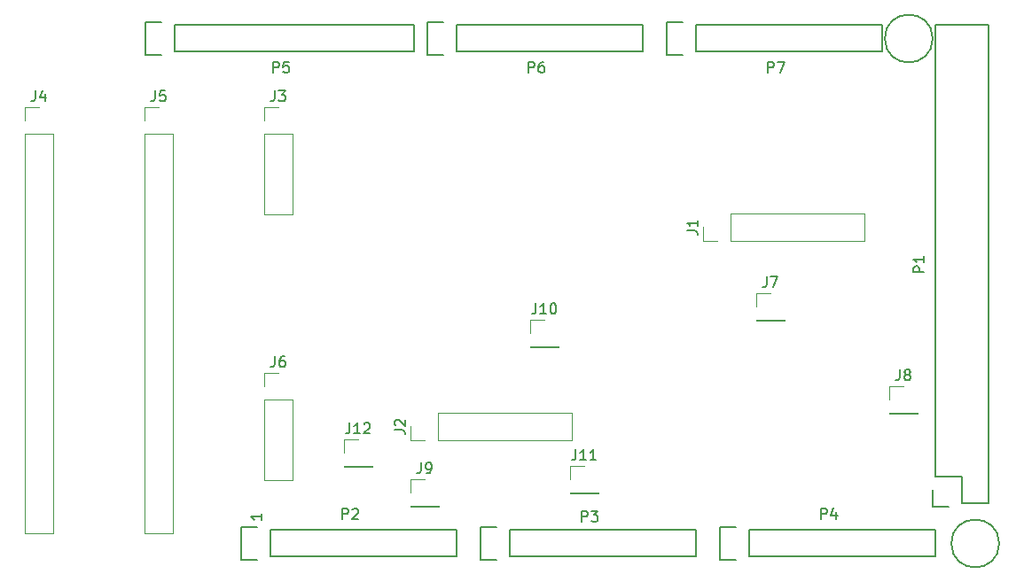
<source format=gbr>
%TF.GenerationSoftware,KiCad,Pcbnew,(5.1.9)-1*%
%TF.CreationDate,2021-01-26T09:39:54-05:00*%
%TF.ProjectId,PCB,5043422e-6b69-4636-9164-5f7063625858,rev?*%
%TF.SameCoordinates,Original*%
%TF.FileFunction,Legend,Top*%
%TF.FilePolarity,Positive*%
%FSLAX46Y46*%
G04 Gerber Fmt 4.6, Leading zero omitted, Abs format (unit mm)*
G04 Created by KiCad (PCBNEW (5.1.9)-1) date 2021-01-26 09:39:54*
%MOMM*%
%LPD*%
G01*
G04 APERTURE LIST*
%ADD10C,0.150000*%
%ADD11C,0.120000*%
G04 APERTURE END LIST*
D10*
X131770380Y-116300285D02*
X131770380Y-116871714D01*
X131770380Y-116586000D02*
X130770380Y-116586000D01*
X130913238Y-116681238D01*
X131008476Y-116776476D01*
X131056095Y-116871714D01*
D11*
%TO.C,J12*%
X139640000Y-111820000D02*
X142300000Y-111820000D01*
X139640000Y-111760000D02*
X139640000Y-111820000D01*
X142300000Y-111760000D02*
X142300000Y-111820000D01*
X139640000Y-111760000D02*
X142300000Y-111760000D01*
X139640000Y-110490000D02*
X139640000Y-109160000D01*
X139640000Y-109160000D02*
X140970000Y-109160000D01*
%TO.C,J11*%
X161230000Y-114360000D02*
X163890000Y-114360000D01*
X161230000Y-114300000D02*
X161230000Y-114360000D01*
X163890000Y-114300000D02*
X163890000Y-114360000D01*
X161230000Y-114300000D02*
X163890000Y-114300000D01*
X161230000Y-113030000D02*
X161230000Y-111700000D01*
X161230000Y-111700000D02*
X162560000Y-111700000D01*
%TO.C,J10*%
X157420000Y-100390000D02*
X160080000Y-100390000D01*
X157420000Y-100330000D02*
X157420000Y-100390000D01*
X160080000Y-100330000D02*
X160080000Y-100390000D01*
X157420000Y-100330000D02*
X160080000Y-100330000D01*
X157420000Y-99060000D02*
X157420000Y-97730000D01*
X157420000Y-97730000D02*
X158750000Y-97730000D01*
%TO.C,J9*%
X145990000Y-115630000D02*
X148650000Y-115630000D01*
X145990000Y-115570000D02*
X145990000Y-115630000D01*
X148650000Y-115570000D02*
X148650000Y-115630000D01*
X145990000Y-115570000D02*
X148650000Y-115570000D01*
X145990000Y-114300000D02*
X145990000Y-112970000D01*
X145990000Y-112970000D02*
X147320000Y-112970000D01*
%TO.C,J8*%
X191710000Y-106740000D02*
X194370000Y-106740000D01*
X191710000Y-106680000D02*
X191710000Y-106740000D01*
X194370000Y-106680000D02*
X194370000Y-106740000D01*
X191710000Y-106680000D02*
X194370000Y-106680000D01*
X191710000Y-105410000D02*
X191710000Y-104080000D01*
X191710000Y-104080000D02*
X193040000Y-104080000D01*
%TO.C,J7*%
X179010000Y-97850000D02*
X181670000Y-97850000D01*
X179010000Y-97790000D02*
X179010000Y-97850000D01*
X181670000Y-97790000D02*
X181670000Y-97850000D01*
X179010000Y-97790000D02*
X181670000Y-97790000D01*
X179010000Y-96520000D02*
X179010000Y-95190000D01*
X179010000Y-95190000D02*
X180340000Y-95190000D01*
D10*
%TO.C,P1*%
X201168000Y-115316000D02*
X201168000Y-69596000D01*
X196088000Y-69596000D02*
X196088000Y-112776000D01*
X201168000Y-69596000D02*
X196088000Y-69596000D01*
X201168000Y-115316000D02*
X198628000Y-115316000D01*
X195808000Y-114046000D02*
X195808000Y-115596000D01*
X198628000Y-115316000D02*
X198628000Y-112776000D01*
X198628000Y-112776000D02*
X196088000Y-112776000D01*
X195808000Y-115596000D02*
X197358000Y-115596000D01*
D11*
%TO.C,J6*%
X132020000Y-113090000D02*
X134680000Y-113090000D01*
X132020000Y-105410000D02*
X132020000Y-113090000D01*
X134680000Y-105410000D02*
X134680000Y-113090000D01*
X132020000Y-105410000D02*
X134680000Y-105410000D01*
X132020000Y-104140000D02*
X132020000Y-102810000D01*
X132020000Y-102810000D02*
X133350000Y-102810000D01*
%TO.C,J5*%
X120590000Y-118170000D02*
X123250000Y-118170000D01*
X120590000Y-80010000D02*
X120590000Y-118170000D01*
X123250000Y-80010000D02*
X123250000Y-118170000D01*
X120590000Y-80010000D02*
X123250000Y-80010000D01*
X120590000Y-78740000D02*
X120590000Y-77410000D01*
X120590000Y-77410000D02*
X121920000Y-77410000D01*
%TO.C,J4*%
X109160000Y-118170000D02*
X111820000Y-118170000D01*
X109160000Y-80010000D02*
X109160000Y-118170000D01*
X111820000Y-80010000D02*
X111820000Y-118170000D01*
X109160000Y-80010000D02*
X111820000Y-80010000D01*
X109160000Y-78740000D02*
X109160000Y-77410000D01*
X109160000Y-77410000D02*
X110490000Y-77410000D01*
%TO.C,J3*%
X132020000Y-87690000D02*
X134680000Y-87690000D01*
X132020000Y-80010000D02*
X132020000Y-87690000D01*
X134680000Y-80010000D02*
X134680000Y-87690000D01*
X132020000Y-80010000D02*
X134680000Y-80010000D01*
X132020000Y-78740000D02*
X132020000Y-77410000D01*
X132020000Y-77410000D02*
X133350000Y-77410000D01*
%TO.C,J2*%
X161350000Y-109280000D02*
X161350000Y-106620000D01*
X148590000Y-109280000D02*
X161350000Y-109280000D01*
X148590000Y-106620000D02*
X161350000Y-106620000D01*
X148590000Y-109280000D02*
X148590000Y-106620000D01*
X147320000Y-109280000D02*
X145990000Y-109280000D01*
X145990000Y-109280000D02*
X145990000Y-107950000D01*
%TO.C,J1*%
X189290000Y-90230000D02*
X189290000Y-87570000D01*
X176530000Y-90230000D02*
X189290000Y-90230000D01*
X176530000Y-87570000D02*
X189290000Y-87570000D01*
X176530000Y-90230000D02*
X176530000Y-87570000D01*
X175260000Y-90230000D02*
X173930000Y-90230000D01*
X173930000Y-90230000D02*
X173930000Y-88900000D01*
D10*
%TO.C,P13*%
X195834000Y-70866000D02*
G75*
G03*
X195834000Y-70866000I-2286000J0D01*
G01*
%TO.C,P2*%
X132588000Y-120396000D02*
X150368000Y-120396000D01*
X150368000Y-120396000D02*
X150368000Y-117856000D01*
X150368000Y-117856000D02*
X132588000Y-117856000D01*
X129768000Y-120676000D02*
X131318000Y-120676000D01*
X132588000Y-120396000D02*
X132588000Y-117856000D01*
X131318000Y-117576000D02*
X129768000Y-117576000D01*
X129768000Y-117576000D02*
X129768000Y-120676000D01*
%TO.C,P3*%
X155448000Y-120396000D02*
X173228000Y-120396000D01*
X173228000Y-120396000D02*
X173228000Y-117856000D01*
X173228000Y-117856000D02*
X155448000Y-117856000D01*
X152628000Y-120676000D02*
X154178000Y-120676000D01*
X155448000Y-120396000D02*
X155448000Y-117856000D01*
X154178000Y-117576000D02*
X152628000Y-117576000D01*
X152628000Y-117576000D02*
X152628000Y-120676000D01*
%TO.C,P4*%
X178308000Y-120396000D02*
X196088000Y-120396000D01*
X196088000Y-120396000D02*
X196088000Y-117856000D01*
X196088000Y-117856000D02*
X178308000Y-117856000D01*
X175488000Y-120676000D02*
X177038000Y-120676000D01*
X178308000Y-120396000D02*
X178308000Y-117856000D01*
X177038000Y-117576000D02*
X175488000Y-117576000D01*
X175488000Y-117576000D02*
X175488000Y-120676000D01*
%TO.C,P5*%
X123444000Y-72136000D02*
X146304000Y-72136000D01*
X146304000Y-72136000D02*
X146304000Y-69596000D01*
X146304000Y-69596000D02*
X123444000Y-69596000D01*
X120624000Y-72416000D02*
X122174000Y-72416000D01*
X123444000Y-72136000D02*
X123444000Y-69596000D01*
X122174000Y-69316000D02*
X120624000Y-69316000D01*
X120624000Y-69316000D02*
X120624000Y-72416000D01*
%TO.C,P6*%
X150368000Y-72136000D02*
X168148000Y-72136000D01*
X168148000Y-72136000D02*
X168148000Y-69596000D01*
X168148000Y-69596000D02*
X150368000Y-69596000D01*
X147548000Y-72416000D02*
X149098000Y-72416000D01*
X150368000Y-72136000D02*
X150368000Y-69596000D01*
X149098000Y-69316000D02*
X147548000Y-69316000D01*
X147548000Y-69316000D02*
X147548000Y-72416000D01*
%TO.C,P7*%
X173228000Y-72136000D02*
X191008000Y-72136000D01*
X191008000Y-72136000D02*
X191008000Y-69596000D01*
X191008000Y-69596000D02*
X173228000Y-69596000D01*
X170408000Y-72416000D02*
X171958000Y-72416000D01*
X173228000Y-72136000D02*
X173228000Y-69596000D01*
X171958000Y-69316000D02*
X170408000Y-69316000D01*
X170408000Y-69316000D02*
X170408000Y-72416000D01*
%TO.C,P10*%
X202184000Y-119126000D02*
G75*
G03*
X202184000Y-119126000I-2286000J0D01*
G01*
%TO.C,J12*%
X140160476Y-107612380D02*
X140160476Y-108326666D01*
X140112857Y-108469523D01*
X140017619Y-108564761D01*
X139874761Y-108612380D01*
X139779523Y-108612380D01*
X141160476Y-108612380D02*
X140589047Y-108612380D01*
X140874761Y-108612380D02*
X140874761Y-107612380D01*
X140779523Y-107755238D01*
X140684285Y-107850476D01*
X140589047Y-107898095D01*
X141541428Y-107707619D02*
X141589047Y-107660000D01*
X141684285Y-107612380D01*
X141922380Y-107612380D01*
X142017619Y-107660000D01*
X142065238Y-107707619D01*
X142112857Y-107802857D01*
X142112857Y-107898095D01*
X142065238Y-108040952D01*
X141493809Y-108612380D01*
X142112857Y-108612380D01*
%TO.C,J11*%
X161750476Y-110152380D02*
X161750476Y-110866666D01*
X161702857Y-111009523D01*
X161607619Y-111104761D01*
X161464761Y-111152380D01*
X161369523Y-111152380D01*
X162750476Y-111152380D02*
X162179047Y-111152380D01*
X162464761Y-111152380D02*
X162464761Y-110152380D01*
X162369523Y-110295238D01*
X162274285Y-110390476D01*
X162179047Y-110438095D01*
X163702857Y-111152380D02*
X163131428Y-111152380D01*
X163417142Y-111152380D02*
X163417142Y-110152380D01*
X163321904Y-110295238D01*
X163226666Y-110390476D01*
X163131428Y-110438095D01*
%TO.C,J10*%
X157940476Y-96182380D02*
X157940476Y-96896666D01*
X157892857Y-97039523D01*
X157797619Y-97134761D01*
X157654761Y-97182380D01*
X157559523Y-97182380D01*
X158940476Y-97182380D02*
X158369047Y-97182380D01*
X158654761Y-97182380D02*
X158654761Y-96182380D01*
X158559523Y-96325238D01*
X158464285Y-96420476D01*
X158369047Y-96468095D01*
X159559523Y-96182380D02*
X159654761Y-96182380D01*
X159750000Y-96230000D01*
X159797619Y-96277619D01*
X159845238Y-96372857D01*
X159892857Y-96563333D01*
X159892857Y-96801428D01*
X159845238Y-96991904D01*
X159797619Y-97087142D01*
X159750000Y-97134761D01*
X159654761Y-97182380D01*
X159559523Y-97182380D01*
X159464285Y-97134761D01*
X159416666Y-97087142D01*
X159369047Y-96991904D01*
X159321428Y-96801428D01*
X159321428Y-96563333D01*
X159369047Y-96372857D01*
X159416666Y-96277619D01*
X159464285Y-96230000D01*
X159559523Y-96182380D01*
%TO.C,J9*%
X146986666Y-111422380D02*
X146986666Y-112136666D01*
X146939047Y-112279523D01*
X146843809Y-112374761D01*
X146700952Y-112422380D01*
X146605714Y-112422380D01*
X147510476Y-112422380D02*
X147700952Y-112422380D01*
X147796190Y-112374761D01*
X147843809Y-112327142D01*
X147939047Y-112184285D01*
X147986666Y-111993809D01*
X147986666Y-111612857D01*
X147939047Y-111517619D01*
X147891428Y-111470000D01*
X147796190Y-111422380D01*
X147605714Y-111422380D01*
X147510476Y-111470000D01*
X147462857Y-111517619D01*
X147415238Y-111612857D01*
X147415238Y-111850952D01*
X147462857Y-111946190D01*
X147510476Y-111993809D01*
X147605714Y-112041428D01*
X147796190Y-112041428D01*
X147891428Y-111993809D01*
X147939047Y-111946190D01*
X147986666Y-111850952D01*
%TO.C,J8*%
X192706666Y-102532380D02*
X192706666Y-103246666D01*
X192659047Y-103389523D01*
X192563809Y-103484761D01*
X192420952Y-103532380D01*
X192325714Y-103532380D01*
X193325714Y-102960952D02*
X193230476Y-102913333D01*
X193182857Y-102865714D01*
X193135238Y-102770476D01*
X193135238Y-102722857D01*
X193182857Y-102627619D01*
X193230476Y-102580000D01*
X193325714Y-102532380D01*
X193516190Y-102532380D01*
X193611428Y-102580000D01*
X193659047Y-102627619D01*
X193706666Y-102722857D01*
X193706666Y-102770476D01*
X193659047Y-102865714D01*
X193611428Y-102913333D01*
X193516190Y-102960952D01*
X193325714Y-102960952D01*
X193230476Y-103008571D01*
X193182857Y-103056190D01*
X193135238Y-103151428D01*
X193135238Y-103341904D01*
X193182857Y-103437142D01*
X193230476Y-103484761D01*
X193325714Y-103532380D01*
X193516190Y-103532380D01*
X193611428Y-103484761D01*
X193659047Y-103437142D01*
X193706666Y-103341904D01*
X193706666Y-103151428D01*
X193659047Y-103056190D01*
X193611428Y-103008571D01*
X193516190Y-102960952D01*
%TO.C,J7*%
X180006666Y-93642380D02*
X180006666Y-94356666D01*
X179959047Y-94499523D01*
X179863809Y-94594761D01*
X179720952Y-94642380D01*
X179625714Y-94642380D01*
X180387619Y-93642380D02*
X181054285Y-93642380D01*
X180625714Y-94642380D01*
%TO.C,P1*%
X195016380Y-93194095D02*
X194016380Y-93194095D01*
X194016380Y-92813142D01*
X194064000Y-92717904D01*
X194111619Y-92670285D01*
X194206857Y-92622666D01*
X194349714Y-92622666D01*
X194444952Y-92670285D01*
X194492571Y-92717904D01*
X194540190Y-92813142D01*
X194540190Y-93194095D01*
X195016380Y-91670285D02*
X195016380Y-92241714D01*
X195016380Y-91956000D02*
X194016380Y-91956000D01*
X194159238Y-92051238D01*
X194254476Y-92146476D01*
X194302095Y-92241714D01*
%TO.C,J6*%
X133016666Y-101262380D02*
X133016666Y-101976666D01*
X132969047Y-102119523D01*
X132873809Y-102214761D01*
X132730952Y-102262380D01*
X132635714Y-102262380D01*
X133921428Y-101262380D02*
X133730952Y-101262380D01*
X133635714Y-101310000D01*
X133588095Y-101357619D01*
X133492857Y-101500476D01*
X133445238Y-101690952D01*
X133445238Y-102071904D01*
X133492857Y-102167142D01*
X133540476Y-102214761D01*
X133635714Y-102262380D01*
X133826190Y-102262380D01*
X133921428Y-102214761D01*
X133969047Y-102167142D01*
X134016666Y-102071904D01*
X134016666Y-101833809D01*
X133969047Y-101738571D01*
X133921428Y-101690952D01*
X133826190Y-101643333D01*
X133635714Y-101643333D01*
X133540476Y-101690952D01*
X133492857Y-101738571D01*
X133445238Y-101833809D01*
%TO.C,J5*%
X121586666Y-75862380D02*
X121586666Y-76576666D01*
X121539047Y-76719523D01*
X121443809Y-76814761D01*
X121300952Y-76862380D01*
X121205714Y-76862380D01*
X122539047Y-75862380D02*
X122062857Y-75862380D01*
X122015238Y-76338571D01*
X122062857Y-76290952D01*
X122158095Y-76243333D01*
X122396190Y-76243333D01*
X122491428Y-76290952D01*
X122539047Y-76338571D01*
X122586666Y-76433809D01*
X122586666Y-76671904D01*
X122539047Y-76767142D01*
X122491428Y-76814761D01*
X122396190Y-76862380D01*
X122158095Y-76862380D01*
X122062857Y-76814761D01*
X122015238Y-76767142D01*
%TO.C,J4*%
X110156666Y-75862380D02*
X110156666Y-76576666D01*
X110109047Y-76719523D01*
X110013809Y-76814761D01*
X109870952Y-76862380D01*
X109775714Y-76862380D01*
X111061428Y-76195714D02*
X111061428Y-76862380D01*
X110823333Y-75814761D02*
X110585238Y-76529047D01*
X111204285Y-76529047D01*
%TO.C,J3*%
X133016666Y-75862380D02*
X133016666Y-76576666D01*
X132969047Y-76719523D01*
X132873809Y-76814761D01*
X132730952Y-76862380D01*
X132635714Y-76862380D01*
X133397619Y-75862380D02*
X134016666Y-75862380D01*
X133683333Y-76243333D01*
X133826190Y-76243333D01*
X133921428Y-76290952D01*
X133969047Y-76338571D01*
X134016666Y-76433809D01*
X134016666Y-76671904D01*
X133969047Y-76767142D01*
X133921428Y-76814761D01*
X133826190Y-76862380D01*
X133540476Y-76862380D01*
X133445238Y-76814761D01*
X133397619Y-76767142D01*
%TO.C,J2*%
X144442380Y-108283333D02*
X145156666Y-108283333D01*
X145299523Y-108330952D01*
X145394761Y-108426190D01*
X145442380Y-108569047D01*
X145442380Y-108664285D01*
X144537619Y-107854761D02*
X144490000Y-107807142D01*
X144442380Y-107711904D01*
X144442380Y-107473809D01*
X144490000Y-107378571D01*
X144537619Y-107330952D01*
X144632857Y-107283333D01*
X144728095Y-107283333D01*
X144870952Y-107330952D01*
X145442380Y-107902380D01*
X145442380Y-107283333D01*
%TO.C,J1*%
X172382380Y-89233333D02*
X173096666Y-89233333D01*
X173239523Y-89280952D01*
X173334761Y-89376190D01*
X173382380Y-89519047D01*
X173382380Y-89614285D01*
X173382380Y-88233333D02*
X173382380Y-88804761D01*
X173382380Y-88519047D02*
X172382380Y-88519047D01*
X172525238Y-88614285D01*
X172620476Y-88709523D01*
X172668095Y-88804761D01*
%TO.C,P2*%
X139469904Y-116784380D02*
X139469904Y-115784380D01*
X139850857Y-115784380D01*
X139946095Y-115832000D01*
X139993714Y-115879619D01*
X140041333Y-115974857D01*
X140041333Y-116117714D01*
X139993714Y-116212952D01*
X139946095Y-116260571D01*
X139850857Y-116308190D01*
X139469904Y-116308190D01*
X140422285Y-115879619D02*
X140469904Y-115832000D01*
X140565142Y-115784380D01*
X140803238Y-115784380D01*
X140898476Y-115832000D01*
X140946095Y-115879619D01*
X140993714Y-115974857D01*
X140993714Y-116070095D01*
X140946095Y-116212952D01*
X140374666Y-116784380D01*
X140993714Y-116784380D01*
%TO.C,P3*%
X162329904Y-117038380D02*
X162329904Y-116038380D01*
X162710857Y-116038380D01*
X162806095Y-116086000D01*
X162853714Y-116133619D01*
X162901333Y-116228857D01*
X162901333Y-116371714D01*
X162853714Y-116466952D01*
X162806095Y-116514571D01*
X162710857Y-116562190D01*
X162329904Y-116562190D01*
X163234666Y-116038380D02*
X163853714Y-116038380D01*
X163520380Y-116419333D01*
X163663238Y-116419333D01*
X163758476Y-116466952D01*
X163806095Y-116514571D01*
X163853714Y-116609809D01*
X163853714Y-116847904D01*
X163806095Y-116943142D01*
X163758476Y-116990761D01*
X163663238Y-117038380D01*
X163377523Y-117038380D01*
X163282285Y-116990761D01*
X163234666Y-116943142D01*
%TO.C,P4*%
X185189904Y-116784380D02*
X185189904Y-115784380D01*
X185570857Y-115784380D01*
X185666095Y-115832000D01*
X185713714Y-115879619D01*
X185761333Y-115974857D01*
X185761333Y-116117714D01*
X185713714Y-116212952D01*
X185666095Y-116260571D01*
X185570857Y-116308190D01*
X185189904Y-116308190D01*
X186618476Y-116117714D02*
X186618476Y-116784380D01*
X186380380Y-115736761D02*
X186142285Y-116451047D01*
X186761333Y-116451047D01*
%TO.C,P5*%
X132865904Y-74112380D02*
X132865904Y-73112380D01*
X133246857Y-73112380D01*
X133342095Y-73160000D01*
X133389714Y-73207619D01*
X133437333Y-73302857D01*
X133437333Y-73445714D01*
X133389714Y-73540952D01*
X133342095Y-73588571D01*
X133246857Y-73636190D01*
X132865904Y-73636190D01*
X134342095Y-73112380D02*
X133865904Y-73112380D01*
X133818285Y-73588571D01*
X133865904Y-73540952D01*
X133961142Y-73493333D01*
X134199238Y-73493333D01*
X134294476Y-73540952D01*
X134342095Y-73588571D01*
X134389714Y-73683809D01*
X134389714Y-73921904D01*
X134342095Y-74017142D01*
X134294476Y-74064761D01*
X134199238Y-74112380D01*
X133961142Y-74112380D01*
X133865904Y-74064761D01*
X133818285Y-74017142D01*
%TO.C,P6*%
X157249904Y-74112380D02*
X157249904Y-73112380D01*
X157630857Y-73112380D01*
X157726095Y-73160000D01*
X157773714Y-73207619D01*
X157821333Y-73302857D01*
X157821333Y-73445714D01*
X157773714Y-73540952D01*
X157726095Y-73588571D01*
X157630857Y-73636190D01*
X157249904Y-73636190D01*
X158678476Y-73112380D02*
X158488000Y-73112380D01*
X158392761Y-73160000D01*
X158345142Y-73207619D01*
X158249904Y-73350476D01*
X158202285Y-73540952D01*
X158202285Y-73921904D01*
X158249904Y-74017142D01*
X158297523Y-74064761D01*
X158392761Y-74112380D01*
X158583238Y-74112380D01*
X158678476Y-74064761D01*
X158726095Y-74017142D01*
X158773714Y-73921904D01*
X158773714Y-73683809D01*
X158726095Y-73588571D01*
X158678476Y-73540952D01*
X158583238Y-73493333D01*
X158392761Y-73493333D01*
X158297523Y-73540952D01*
X158249904Y-73588571D01*
X158202285Y-73683809D01*
%TO.C,P7*%
X180109904Y-74112380D02*
X180109904Y-73112380D01*
X180490857Y-73112380D01*
X180586095Y-73160000D01*
X180633714Y-73207619D01*
X180681333Y-73302857D01*
X180681333Y-73445714D01*
X180633714Y-73540952D01*
X180586095Y-73588571D01*
X180490857Y-73636190D01*
X180109904Y-73636190D01*
X181014666Y-73112380D02*
X181681333Y-73112380D01*
X181252761Y-74112380D01*
%TD*%
M02*

</source>
